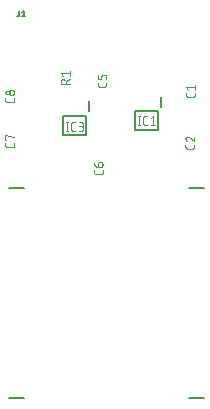
<source format=gbr>
G04 EAGLE Gerber RS-274X export*
G75*
%MOMM*%
%FSLAX34Y34*%
%LPD*%
%INSilkscreen Top*%
%IPPOS*%
%AMOC8*
5,1,8,0,0,1.08239X$1,22.5*%
G01*
%ADD10C,0.200000*%
%ADD11C,0.076200*%
%ADD12C,0.203200*%
%ADD13C,0.127000*%


D10*
X93820Y250570D02*
X93820Y234570D01*
X73820Y234570D01*
X73820Y250570D01*
X93820Y250570D01*
X96320Y254070D02*
X96320Y262570D01*
D11*
X77232Y244983D02*
X77232Y237617D01*
X76414Y237617D02*
X78051Y237617D01*
X78051Y244983D02*
X76414Y244983D01*
X82652Y237617D02*
X84289Y237617D01*
X82652Y237617D02*
X82574Y237619D01*
X82496Y237624D01*
X82419Y237634D01*
X82342Y237647D01*
X82266Y237663D01*
X82191Y237683D01*
X82117Y237707D01*
X82044Y237734D01*
X81972Y237765D01*
X81902Y237799D01*
X81834Y237836D01*
X81767Y237877D01*
X81702Y237921D01*
X81640Y237967D01*
X81580Y238017D01*
X81522Y238069D01*
X81467Y238124D01*
X81415Y238182D01*
X81365Y238242D01*
X81319Y238304D01*
X81275Y238369D01*
X81234Y238436D01*
X81197Y238504D01*
X81163Y238574D01*
X81132Y238646D01*
X81105Y238719D01*
X81081Y238793D01*
X81061Y238868D01*
X81045Y238944D01*
X81032Y239021D01*
X81022Y239098D01*
X81017Y239176D01*
X81015Y239254D01*
X81015Y243346D01*
X81017Y243426D01*
X81023Y243506D01*
X81033Y243586D01*
X81046Y243665D01*
X81064Y243744D01*
X81085Y243821D01*
X81111Y243897D01*
X81140Y243972D01*
X81172Y244046D01*
X81208Y244118D01*
X81248Y244188D01*
X81291Y244255D01*
X81337Y244321D01*
X81387Y244384D01*
X81439Y244445D01*
X81494Y244504D01*
X81553Y244559D01*
X81613Y244611D01*
X81677Y244661D01*
X81743Y244707D01*
X81810Y244750D01*
X81880Y244790D01*
X81952Y244826D01*
X82026Y244858D01*
X82100Y244887D01*
X82177Y244913D01*
X82254Y244934D01*
X82333Y244952D01*
X82412Y244965D01*
X82492Y244975D01*
X82572Y244981D01*
X82652Y244983D01*
X84289Y244983D01*
X87134Y237617D02*
X89180Y237617D01*
X89269Y237619D01*
X89358Y237625D01*
X89447Y237635D01*
X89535Y237648D01*
X89623Y237665D01*
X89710Y237687D01*
X89795Y237712D01*
X89880Y237740D01*
X89963Y237773D01*
X90045Y237809D01*
X90125Y237848D01*
X90203Y237891D01*
X90279Y237937D01*
X90354Y237987D01*
X90426Y238040D01*
X90495Y238096D01*
X90562Y238155D01*
X90627Y238216D01*
X90688Y238281D01*
X90747Y238348D01*
X90803Y238417D01*
X90856Y238489D01*
X90906Y238564D01*
X90952Y238640D01*
X90995Y238718D01*
X91034Y238798D01*
X91070Y238880D01*
X91103Y238963D01*
X91131Y239048D01*
X91156Y239133D01*
X91178Y239220D01*
X91195Y239308D01*
X91208Y239396D01*
X91218Y239485D01*
X91224Y239574D01*
X91226Y239663D01*
X91224Y239752D01*
X91218Y239841D01*
X91208Y239930D01*
X91195Y240018D01*
X91178Y240106D01*
X91156Y240193D01*
X91131Y240278D01*
X91103Y240363D01*
X91070Y240446D01*
X91034Y240528D01*
X90995Y240608D01*
X90952Y240686D01*
X90906Y240762D01*
X90856Y240837D01*
X90803Y240909D01*
X90747Y240978D01*
X90688Y241045D01*
X90627Y241110D01*
X90562Y241171D01*
X90495Y241230D01*
X90426Y241286D01*
X90354Y241339D01*
X90279Y241389D01*
X90203Y241435D01*
X90125Y241478D01*
X90045Y241517D01*
X89963Y241553D01*
X89880Y241586D01*
X89795Y241614D01*
X89710Y241639D01*
X89623Y241661D01*
X89535Y241678D01*
X89447Y241691D01*
X89358Y241701D01*
X89269Y241707D01*
X89180Y241709D01*
X89589Y244983D02*
X87134Y244983D01*
X89589Y244983D02*
X89668Y244981D01*
X89747Y244975D01*
X89826Y244966D01*
X89904Y244953D01*
X89981Y244935D01*
X90057Y244915D01*
X90132Y244890D01*
X90206Y244862D01*
X90279Y244831D01*
X90350Y244795D01*
X90419Y244757D01*
X90486Y244715D01*
X90551Y244670D01*
X90614Y244622D01*
X90675Y244571D01*
X90732Y244517D01*
X90788Y244461D01*
X90840Y244402D01*
X90890Y244340D01*
X90936Y244276D01*
X90980Y244210D01*
X91020Y244142D01*
X91056Y244072D01*
X91090Y244000D01*
X91120Y243926D01*
X91146Y243852D01*
X91169Y243776D01*
X91187Y243699D01*
X91203Y243622D01*
X91214Y243543D01*
X91222Y243465D01*
X91226Y243386D01*
X91226Y243306D01*
X91222Y243227D01*
X91214Y243149D01*
X91203Y243070D01*
X91187Y242993D01*
X91169Y242916D01*
X91146Y242840D01*
X91120Y242766D01*
X91090Y242692D01*
X91056Y242620D01*
X91020Y242550D01*
X90980Y242482D01*
X90936Y242416D01*
X90890Y242352D01*
X90840Y242290D01*
X90788Y242231D01*
X90732Y242175D01*
X90675Y242121D01*
X90614Y242070D01*
X90551Y242022D01*
X90486Y241977D01*
X90419Y241935D01*
X90350Y241897D01*
X90279Y241861D01*
X90206Y241830D01*
X90132Y241802D01*
X90057Y241777D01*
X89981Y241757D01*
X89904Y241739D01*
X89826Y241726D01*
X89747Y241717D01*
X89668Y241711D01*
X89589Y241709D01*
X87953Y241709D01*
X110617Y276795D02*
X110617Y278431D01*
X110617Y276795D02*
X110615Y276717D01*
X110610Y276639D01*
X110600Y276562D01*
X110587Y276485D01*
X110571Y276409D01*
X110551Y276334D01*
X110527Y276260D01*
X110500Y276187D01*
X110469Y276115D01*
X110435Y276045D01*
X110398Y275977D01*
X110357Y275910D01*
X110313Y275845D01*
X110267Y275783D01*
X110217Y275723D01*
X110165Y275665D01*
X110110Y275610D01*
X110052Y275558D01*
X109992Y275508D01*
X109930Y275462D01*
X109865Y275418D01*
X109799Y275377D01*
X109730Y275340D01*
X109660Y275306D01*
X109588Y275275D01*
X109515Y275248D01*
X109441Y275224D01*
X109366Y275204D01*
X109290Y275188D01*
X109213Y275175D01*
X109136Y275165D01*
X109058Y275160D01*
X108980Y275158D01*
X104888Y275158D01*
X104808Y275160D01*
X104728Y275166D01*
X104648Y275176D01*
X104569Y275189D01*
X104490Y275207D01*
X104413Y275228D01*
X104337Y275254D01*
X104262Y275283D01*
X104188Y275315D01*
X104116Y275351D01*
X104046Y275391D01*
X103979Y275434D01*
X103913Y275480D01*
X103850Y275530D01*
X103789Y275582D01*
X103730Y275637D01*
X103675Y275696D01*
X103623Y275756D01*
X103573Y275820D01*
X103527Y275885D01*
X103484Y275953D01*
X103444Y276023D01*
X103408Y276095D01*
X103376Y276169D01*
X103347Y276243D01*
X103322Y276320D01*
X103300Y276397D01*
X103282Y276476D01*
X103269Y276555D01*
X103259Y276634D01*
X103253Y276715D01*
X103251Y276795D01*
X103251Y278431D01*
X110617Y281277D02*
X110617Y283732D01*
X110615Y283810D01*
X110610Y283888D01*
X110600Y283965D01*
X110587Y284042D01*
X110571Y284118D01*
X110551Y284193D01*
X110527Y284267D01*
X110500Y284340D01*
X110469Y284412D01*
X110435Y284482D01*
X110398Y284551D01*
X110357Y284617D01*
X110313Y284682D01*
X110267Y284744D01*
X110217Y284804D01*
X110165Y284862D01*
X110110Y284917D01*
X110052Y284969D01*
X109992Y285019D01*
X109930Y285065D01*
X109865Y285109D01*
X109799Y285150D01*
X109730Y285187D01*
X109660Y285221D01*
X109588Y285252D01*
X109515Y285279D01*
X109441Y285303D01*
X109366Y285323D01*
X109290Y285339D01*
X109213Y285352D01*
X109136Y285362D01*
X109058Y285367D01*
X108980Y285369D01*
X108162Y285369D01*
X108082Y285367D01*
X108002Y285361D01*
X107922Y285351D01*
X107843Y285338D01*
X107764Y285320D01*
X107687Y285299D01*
X107611Y285273D01*
X107536Y285244D01*
X107462Y285212D01*
X107390Y285176D01*
X107320Y285136D01*
X107253Y285093D01*
X107187Y285047D01*
X107124Y284997D01*
X107063Y284945D01*
X107004Y284890D01*
X106949Y284831D01*
X106897Y284771D01*
X106847Y284707D01*
X106801Y284641D01*
X106758Y284574D01*
X106718Y284504D01*
X106682Y284432D01*
X106650Y284358D01*
X106621Y284284D01*
X106595Y284207D01*
X106574Y284130D01*
X106556Y284051D01*
X106543Y283972D01*
X106533Y283892D01*
X106527Y283812D01*
X106525Y283732D01*
X106525Y281277D01*
X103251Y281277D01*
X103251Y285369D01*
X107569Y204315D02*
X107569Y202678D01*
X107567Y202600D01*
X107562Y202522D01*
X107552Y202445D01*
X107539Y202368D01*
X107523Y202292D01*
X107503Y202217D01*
X107479Y202143D01*
X107452Y202070D01*
X107421Y201998D01*
X107387Y201928D01*
X107350Y201860D01*
X107309Y201793D01*
X107265Y201728D01*
X107219Y201666D01*
X107169Y201606D01*
X107117Y201548D01*
X107062Y201493D01*
X107004Y201441D01*
X106944Y201391D01*
X106882Y201345D01*
X106817Y201301D01*
X106751Y201260D01*
X106682Y201223D01*
X106612Y201189D01*
X106540Y201158D01*
X106467Y201131D01*
X106393Y201107D01*
X106318Y201087D01*
X106242Y201071D01*
X106165Y201058D01*
X106088Y201048D01*
X106010Y201043D01*
X105932Y201041D01*
X101840Y201041D01*
X101760Y201043D01*
X101680Y201049D01*
X101600Y201059D01*
X101521Y201072D01*
X101442Y201090D01*
X101365Y201111D01*
X101289Y201137D01*
X101214Y201166D01*
X101140Y201198D01*
X101068Y201234D01*
X100998Y201274D01*
X100931Y201317D01*
X100865Y201363D01*
X100802Y201413D01*
X100741Y201465D01*
X100682Y201520D01*
X100627Y201579D01*
X100575Y201639D01*
X100525Y201703D01*
X100479Y201768D01*
X100436Y201836D01*
X100396Y201906D01*
X100360Y201978D01*
X100328Y202052D01*
X100299Y202126D01*
X100274Y202203D01*
X100252Y202280D01*
X100234Y202359D01*
X100221Y202438D01*
X100211Y202517D01*
X100205Y202598D01*
X100203Y202678D01*
X100203Y204315D01*
X103477Y207160D02*
X103477Y209615D01*
X103479Y209693D01*
X103484Y209771D01*
X103494Y209848D01*
X103507Y209925D01*
X103523Y210001D01*
X103543Y210076D01*
X103567Y210150D01*
X103594Y210223D01*
X103625Y210295D01*
X103659Y210365D01*
X103696Y210434D01*
X103737Y210500D01*
X103781Y210565D01*
X103827Y210627D01*
X103877Y210687D01*
X103929Y210745D01*
X103984Y210800D01*
X104042Y210852D01*
X104102Y210902D01*
X104164Y210948D01*
X104229Y210992D01*
X104296Y211033D01*
X104364Y211070D01*
X104434Y211104D01*
X104506Y211135D01*
X104579Y211162D01*
X104653Y211186D01*
X104728Y211206D01*
X104804Y211222D01*
X104881Y211235D01*
X104958Y211245D01*
X105036Y211250D01*
X105114Y211252D01*
X105523Y211252D01*
X105612Y211250D01*
X105701Y211244D01*
X105790Y211234D01*
X105878Y211221D01*
X105966Y211204D01*
X106053Y211182D01*
X106138Y211157D01*
X106223Y211129D01*
X106306Y211096D01*
X106388Y211060D01*
X106468Y211021D01*
X106546Y210978D01*
X106622Y210932D01*
X106697Y210882D01*
X106769Y210829D01*
X106838Y210773D01*
X106905Y210714D01*
X106970Y210653D01*
X107031Y210588D01*
X107090Y210521D01*
X107146Y210452D01*
X107199Y210380D01*
X107249Y210305D01*
X107295Y210229D01*
X107338Y210151D01*
X107377Y210071D01*
X107413Y209989D01*
X107446Y209906D01*
X107474Y209821D01*
X107499Y209736D01*
X107521Y209649D01*
X107538Y209561D01*
X107551Y209473D01*
X107561Y209384D01*
X107567Y209295D01*
X107569Y209206D01*
X107567Y209117D01*
X107561Y209028D01*
X107551Y208939D01*
X107538Y208851D01*
X107521Y208763D01*
X107499Y208676D01*
X107474Y208591D01*
X107446Y208506D01*
X107413Y208423D01*
X107377Y208341D01*
X107338Y208261D01*
X107295Y208183D01*
X107249Y208107D01*
X107199Y208032D01*
X107146Y207960D01*
X107090Y207891D01*
X107031Y207824D01*
X106970Y207759D01*
X106905Y207698D01*
X106838Y207639D01*
X106769Y207583D01*
X106697Y207530D01*
X106622Y207480D01*
X106546Y207434D01*
X106468Y207391D01*
X106388Y207352D01*
X106306Y207316D01*
X106223Y207283D01*
X106138Y207255D01*
X106053Y207230D01*
X105966Y207208D01*
X105878Y207191D01*
X105790Y207178D01*
X105701Y207168D01*
X105612Y207162D01*
X105523Y207160D01*
X103477Y207160D01*
X103363Y207162D01*
X103249Y207168D01*
X103135Y207178D01*
X103021Y207192D01*
X102908Y207210D01*
X102796Y207232D01*
X102685Y207257D01*
X102575Y207287D01*
X102465Y207320D01*
X102357Y207357D01*
X102251Y207398D01*
X102145Y207443D01*
X102042Y207491D01*
X101940Y207543D01*
X101840Y207599D01*
X101742Y207657D01*
X101646Y207720D01*
X101553Y207785D01*
X101461Y207854D01*
X101373Y207926D01*
X101286Y208001D01*
X101203Y208079D01*
X101122Y208160D01*
X101044Y208243D01*
X100969Y208329D01*
X100897Y208418D01*
X100828Y208510D01*
X100763Y208603D01*
X100701Y208699D01*
X100642Y208797D01*
X100586Y208897D01*
X100534Y208999D01*
X100486Y209102D01*
X100441Y209207D01*
X100400Y209314D01*
X100363Y209422D01*
X100330Y209532D01*
X100300Y209642D01*
X100275Y209753D01*
X100253Y209865D01*
X100235Y209978D01*
X100221Y210092D01*
X100211Y210206D01*
X100205Y210320D01*
X100203Y210434D01*
X79629Y277241D02*
X72263Y277241D01*
X72263Y279287D01*
X72265Y279376D01*
X72271Y279465D01*
X72281Y279554D01*
X72294Y279642D01*
X72311Y279730D01*
X72333Y279817D01*
X72358Y279902D01*
X72386Y279987D01*
X72419Y280070D01*
X72455Y280152D01*
X72494Y280232D01*
X72537Y280310D01*
X72583Y280386D01*
X72633Y280461D01*
X72686Y280533D01*
X72742Y280602D01*
X72801Y280669D01*
X72862Y280734D01*
X72927Y280795D01*
X72994Y280854D01*
X73063Y280910D01*
X73135Y280963D01*
X73210Y281013D01*
X73286Y281059D01*
X73364Y281102D01*
X73444Y281141D01*
X73526Y281177D01*
X73609Y281210D01*
X73694Y281238D01*
X73779Y281263D01*
X73866Y281285D01*
X73954Y281302D01*
X74042Y281315D01*
X74131Y281325D01*
X74220Y281331D01*
X74309Y281333D01*
X74398Y281331D01*
X74487Y281325D01*
X74576Y281315D01*
X74664Y281302D01*
X74752Y281285D01*
X74839Y281263D01*
X74924Y281238D01*
X75009Y281210D01*
X75092Y281177D01*
X75174Y281141D01*
X75254Y281102D01*
X75332Y281059D01*
X75408Y281013D01*
X75483Y280963D01*
X75555Y280910D01*
X75624Y280854D01*
X75691Y280795D01*
X75756Y280734D01*
X75817Y280669D01*
X75876Y280602D01*
X75932Y280533D01*
X75985Y280461D01*
X76035Y280386D01*
X76081Y280310D01*
X76124Y280232D01*
X76163Y280152D01*
X76199Y280070D01*
X76232Y279987D01*
X76260Y279902D01*
X76285Y279817D01*
X76307Y279730D01*
X76324Y279642D01*
X76337Y279554D01*
X76347Y279465D01*
X76353Y279376D01*
X76355Y279287D01*
X76355Y277241D01*
X76355Y279696D02*
X79629Y281333D01*
X73900Y284505D02*
X72263Y286551D01*
X79629Y286551D01*
X79629Y284505D02*
X79629Y288597D01*
D10*
X154780Y254380D02*
X154780Y238380D01*
X134780Y238380D01*
X134780Y254380D01*
X154780Y254380D01*
X157280Y257880D02*
X157280Y266380D01*
D11*
X138192Y250063D02*
X138192Y242697D01*
X137374Y242697D02*
X139011Y242697D01*
X139011Y250063D02*
X137374Y250063D01*
X143612Y242697D02*
X145249Y242697D01*
X143612Y242697D02*
X143534Y242699D01*
X143456Y242704D01*
X143379Y242714D01*
X143302Y242727D01*
X143226Y242743D01*
X143151Y242763D01*
X143077Y242787D01*
X143004Y242814D01*
X142932Y242845D01*
X142862Y242879D01*
X142794Y242916D01*
X142727Y242957D01*
X142662Y243001D01*
X142600Y243047D01*
X142540Y243097D01*
X142482Y243149D01*
X142427Y243204D01*
X142375Y243262D01*
X142325Y243322D01*
X142279Y243384D01*
X142235Y243449D01*
X142194Y243516D01*
X142157Y243584D01*
X142123Y243654D01*
X142092Y243726D01*
X142065Y243799D01*
X142041Y243873D01*
X142021Y243948D01*
X142005Y244024D01*
X141992Y244101D01*
X141982Y244178D01*
X141977Y244256D01*
X141975Y244334D01*
X141975Y248426D01*
X141977Y248506D01*
X141983Y248586D01*
X141993Y248666D01*
X142006Y248745D01*
X142024Y248824D01*
X142045Y248901D01*
X142071Y248977D01*
X142100Y249052D01*
X142132Y249126D01*
X142168Y249198D01*
X142208Y249268D01*
X142251Y249335D01*
X142297Y249401D01*
X142347Y249464D01*
X142399Y249525D01*
X142454Y249584D01*
X142513Y249639D01*
X142573Y249691D01*
X142637Y249741D01*
X142703Y249787D01*
X142770Y249830D01*
X142840Y249870D01*
X142912Y249906D01*
X142986Y249938D01*
X143060Y249967D01*
X143137Y249993D01*
X143214Y250014D01*
X143293Y250032D01*
X143372Y250045D01*
X143452Y250055D01*
X143532Y250061D01*
X143612Y250063D01*
X145249Y250063D01*
X148094Y248426D02*
X150140Y250063D01*
X150140Y242697D01*
X148094Y242697D02*
X152186Y242697D01*
X185547Y267905D02*
X185547Y269541D01*
X185547Y267905D02*
X185545Y267827D01*
X185540Y267749D01*
X185530Y267672D01*
X185517Y267595D01*
X185501Y267519D01*
X185481Y267444D01*
X185457Y267370D01*
X185430Y267297D01*
X185399Y267225D01*
X185365Y267155D01*
X185328Y267087D01*
X185287Y267020D01*
X185243Y266955D01*
X185197Y266893D01*
X185147Y266833D01*
X185095Y266775D01*
X185040Y266720D01*
X184982Y266668D01*
X184922Y266618D01*
X184860Y266572D01*
X184795Y266528D01*
X184729Y266487D01*
X184660Y266450D01*
X184590Y266416D01*
X184518Y266385D01*
X184445Y266358D01*
X184371Y266334D01*
X184296Y266314D01*
X184220Y266298D01*
X184143Y266285D01*
X184066Y266275D01*
X183988Y266270D01*
X183910Y266268D01*
X179818Y266268D01*
X179738Y266270D01*
X179658Y266276D01*
X179578Y266286D01*
X179499Y266299D01*
X179420Y266317D01*
X179343Y266338D01*
X179267Y266364D01*
X179192Y266393D01*
X179118Y266425D01*
X179046Y266461D01*
X178976Y266501D01*
X178909Y266544D01*
X178843Y266590D01*
X178780Y266640D01*
X178719Y266692D01*
X178660Y266747D01*
X178605Y266806D01*
X178553Y266866D01*
X178503Y266930D01*
X178457Y266995D01*
X178414Y267063D01*
X178374Y267133D01*
X178338Y267205D01*
X178306Y267279D01*
X178277Y267353D01*
X178252Y267430D01*
X178230Y267507D01*
X178212Y267586D01*
X178199Y267665D01*
X178189Y267744D01*
X178183Y267825D01*
X178181Y267905D01*
X178181Y269541D01*
X179818Y272387D02*
X178181Y274433D01*
X185547Y274433D01*
X185547Y272387D02*
X185547Y276479D01*
X185039Y225905D02*
X185039Y224268D01*
X185037Y224190D01*
X185032Y224112D01*
X185022Y224035D01*
X185009Y223958D01*
X184993Y223882D01*
X184973Y223807D01*
X184949Y223733D01*
X184922Y223660D01*
X184891Y223588D01*
X184857Y223518D01*
X184820Y223450D01*
X184779Y223383D01*
X184735Y223318D01*
X184689Y223256D01*
X184639Y223196D01*
X184587Y223138D01*
X184532Y223083D01*
X184474Y223031D01*
X184414Y222981D01*
X184352Y222935D01*
X184287Y222891D01*
X184221Y222850D01*
X184152Y222813D01*
X184082Y222779D01*
X184010Y222748D01*
X183937Y222721D01*
X183863Y222697D01*
X183788Y222677D01*
X183712Y222661D01*
X183635Y222648D01*
X183558Y222638D01*
X183480Y222633D01*
X183402Y222631D01*
X179310Y222631D01*
X179230Y222633D01*
X179150Y222639D01*
X179070Y222649D01*
X178991Y222662D01*
X178912Y222680D01*
X178835Y222701D01*
X178759Y222727D01*
X178684Y222756D01*
X178610Y222788D01*
X178538Y222824D01*
X178468Y222864D01*
X178401Y222907D01*
X178335Y222953D01*
X178272Y223003D01*
X178211Y223055D01*
X178152Y223110D01*
X178097Y223169D01*
X178045Y223229D01*
X177995Y223293D01*
X177949Y223358D01*
X177906Y223426D01*
X177866Y223496D01*
X177830Y223568D01*
X177798Y223642D01*
X177769Y223716D01*
X177744Y223793D01*
X177722Y223870D01*
X177704Y223949D01*
X177691Y224028D01*
X177681Y224107D01*
X177675Y224188D01*
X177673Y224268D01*
X177673Y225905D01*
X177673Y231001D02*
X177675Y231086D01*
X177681Y231171D01*
X177691Y231255D01*
X177704Y231339D01*
X177722Y231423D01*
X177743Y231505D01*
X177768Y231586D01*
X177797Y231666D01*
X177830Y231745D01*
X177866Y231822D01*
X177906Y231897D01*
X177949Y231971D01*
X177995Y232042D01*
X178045Y232111D01*
X178098Y232178D01*
X178154Y232242D01*
X178213Y232303D01*
X178274Y232362D01*
X178338Y232418D01*
X178405Y232471D01*
X178474Y232521D01*
X178545Y232567D01*
X178619Y232610D01*
X178694Y232650D01*
X178771Y232686D01*
X178850Y232719D01*
X178930Y232748D01*
X179011Y232773D01*
X179093Y232794D01*
X179177Y232812D01*
X179261Y232825D01*
X179345Y232835D01*
X179430Y232841D01*
X179515Y232843D01*
X177673Y231001D02*
X177675Y230905D01*
X177681Y230809D01*
X177691Y230714D01*
X177704Y230619D01*
X177722Y230524D01*
X177743Y230431D01*
X177768Y230338D01*
X177797Y230247D01*
X177829Y230156D01*
X177865Y230067D01*
X177905Y229980D01*
X177948Y229894D01*
X177994Y229810D01*
X178044Y229728D01*
X178098Y229648D01*
X178154Y229571D01*
X178214Y229496D01*
X178276Y229423D01*
X178342Y229353D01*
X178410Y229285D01*
X178481Y229220D01*
X178554Y229159D01*
X178630Y229100D01*
X178709Y229044D01*
X178789Y228992D01*
X178872Y228943D01*
X178956Y228897D01*
X179042Y228855D01*
X179130Y228817D01*
X179219Y228782D01*
X179310Y228750D01*
X180947Y232228D02*
X180888Y232288D01*
X180826Y232345D01*
X180762Y232400D01*
X180695Y232451D01*
X180626Y232500D01*
X180556Y232546D01*
X180483Y232589D01*
X180409Y232629D01*
X180333Y232665D01*
X180255Y232698D01*
X180176Y232728D01*
X180096Y232755D01*
X180015Y232778D01*
X179933Y232797D01*
X179851Y232813D01*
X179767Y232826D01*
X179683Y232835D01*
X179599Y232840D01*
X179515Y232842D01*
X180947Y232228D02*
X185039Y228750D01*
X185039Y232842D01*
X32639Y263638D02*
X32639Y265275D01*
X32639Y263638D02*
X32637Y263560D01*
X32632Y263482D01*
X32622Y263405D01*
X32609Y263328D01*
X32593Y263252D01*
X32573Y263177D01*
X32549Y263103D01*
X32522Y263030D01*
X32491Y262958D01*
X32457Y262888D01*
X32420Y262820D01*
X32379Y262753D01*
X32335Y262688D01*
X32289Y262626D01*
X32239Y262566D01*
X32187Y262508D01*
X32132Y262453D01*
X32074Y262401D01*
X32014Y262351D01*
X31952Y262305D01*
X31887Y262261D01*
X31821Y262220D01*
X31752Y262183D01*
X31682Y262149D01*
X31610Y262118D01*
X31537Y262091D01*
X31463Y262067D01*
X31388Y262047D01*
X31312Y262031D01*
X31235Y262018D01*
X31158Y262008D01*
X31080Y262003D01*
X31002Y262001D01*
X26910Y262001D01*
X26830Y262003D01*
X26750Y262009D01*
X26670Y262019D01*
X26591Y262032D01*
X26512Y262050D01*
X26435Y262071D01*
X26359Y262097D01*
X26284Y262126D01*
X26210Y262158D01*
X26138Y262194D01*
X26068Y262234D01*
X26001Y262277D01*
X25935Y262323D01*
X25872Y262373D01*
X25811Y262425D01*
X25752Y262480D01*
X25697Y262539D01*
X25645Y262599D01*
X25595Y262663D01*
X25549Y262728D01*
X25506Y262796D01*
X25466Y262866D01*
X25430Y262938D01*
X25398Y263012D01*
X25369Y263086D01*
X25344Y263163D01*
X25322Y263240D01*
X25304Y263319D01*
X25291Y263398D01*
X25281Y263477D01*
X25275Y263558D01*
X25273Y263638D01*
X25273Y265275D01*
X30593Y268120D02*
X30504Y268122D01*
X30415Y268128D01*
X30326Y268138D01*
X30238Y268151D01*
X30150Y268168D01*
X30063Y268190D01*
X29978Y268215D01*
X29893Y268243D01*
X29810Y268276D01*
X29728Y268312D01*
X29648Y268351D01*
X29570Y268394D01*
X29494Y268440D01*
X29419Y268490D01*
X29347Y268543D01*
X29278Y268599D01*
X29211Y268658D01*
X29146Y268719D01*
X29085Y268784D01*
X29026Y268851D01*
X28970Y268920D01*
X28917Y268992D01*
X28867Y269067D01*
X28821Y269143D01*
X28778Y269221D01*
X28739Y269301D01*
X28703Y269383D01*
X28670Y269466D01*
X28642Y269551D01*
X28617Y269636D01*
X28595Y269723D01*
X28578Y269811D01*
X28565Y269899D01*
X28555Y269988D01*
X28549Y270077D01*
X28547Y270166D01*
X28549Y270255D01*
X28555Y270344D01*
X28565Y270433D01*
X28578Y270521D01*
X28595Y270609D01*
X28617Y270696D01*
X28642Y270781D01*
X28670Y270866D01*
X28703Y270949D01*
X28739Y271031D01*
X28778Y271111D01*
X28821Y271189D01*
X28867Y271265D01*
X28917Y271340D01*
X28970Y271412D01*
X29026Y271481D01*
X29085Y271548D01*
X29146Y271613D01*
X29211Y271674D01*
X29278Y271733D01*
X29347Y271789D01*
X29419Y271842D01*
X29494Y271892D01*
X29570Y271938D01*
X29648Y271981D01*
X29728Y272020D01*
X29810Y272056D01*
X29893Y272089D01*
X29978Y272117D01*
X30063Y272142D01*
X30150Y272164D01*
X30238Y272181D01*
X30326Y272194D01*
X30415Y272204D01*
X30504Y272210D01*
X30593Y272212D01*
X30682Y272210D01*
X30771Y272204D01*
X30860Y272194D01*
X30948Y272181D01*
X31036Y272164D01*
X31123Y272142D01*
X31208Y272117D01*
X31293Y272089D01*
X31376Y272056D01*
X31458Y272020D01*
X31538Y271981D01*
X31616Y271938D01*
X31692Y271892D01*
X31767Y271842D01*
X31839Y271789D01*
X31908Y271733D01*
X31975Y271674D01*
X32040Y271613D01*
X32101Y271548D01*
X32160Y271481D01*
X32216Y271412D01*
X32269Y271340D01*
X32319Y271265D01*
X32365Y271189D01*
X32408Y271111D01*
X32447Y271031D01*
X32483Y270949D01*
X32516Y270866D01*
X32544Y270781D01*
X32569Y270696D01*
X32591Y270609D01*
X32608Y270521D01*
X32621Y270433D01*
X32631Y270344D01*
X32637Y270255D01*
X32639Y270166D01*
X32637Y270077D01*
X32631Y269988D01*
X32621Y269899D01*
X32608Y269811D01*
X32591Y269723D01*
X32569Y269636D01*
X32544Y269551D01*
X32516Y269466D01*
X32483Y269383D01*
X32447Y269301D01*
X32408Y269221D01*
X32365Y269143D01*
X32319Y269067D01*
X32269Y268992D01*
X32216Y268920D01*
X32160Y268851D01*
X32101Y268784D01*
X32040Y268719D01*
X31975Y268658D01*
X31908Y268599D01*
X31839Y268543D01*
X31767Y268490D01*
X31692Y268440D01*
X31616Y268394D01*
X31538Y268351D01*
X31458Y268312D01*
X31376Y268276D01*
X31293Y268243D01*
X31208Y268215D01*
X31123Y268190D01*
X31036Y268168D01*
X30948Y268151D01*
X30860Y268138D01*
X30771Y268128D01*
X30682Y268122D01*
X30593Y268120D01*
X26910Y268529D02*
X26831Y268531D01*
X26752Y268537D01*
X26673Y268546D01*
X26595Y268559D01*
X26518Y268577D01*
X26442Y268597D01*
X26367Y268622D01*
X26293Y268650D01*
X26220Y268681D01*
X26149Y268717D01*
X26080Y268755D01*
X26013Y268797D01*
X25948Y268842D01*
X25885Y268890D01*
X25824Y268941D01*
X25767Y268995D01*
X25711Y269051D01*
X25659Y269110D01*
X25609Y269172D01*
X25563Y269236D01*
X25519Y269302D01*
X25479Y269370D01*
X25443Y269440D01*
X25409Y269512D01*
X25379Y269586D01*
X25353Y269660D01*
X25330Y269736D01*
X25312Y269813D01*
X25296Y269890D01*
X25285Y269969D01*
X25277Y270047D01*
X25273Y270126D01*
X25273Y270206D01*
X25277Y270285D01*
X25285Y270363D01*
X25296Y270442D01*
X25312Y270519D01*
X25330Y270596D01*
X25353Y270672D01*
X25379Y270746D01*
X25409Y270820D01*
X25443Y270892D01*
X25479Y270962D01*
X25519Y271030D01*
X25563Y271096D01*
X25609Y271160D01*
X25659Y271222D01*
X25711Y271281D01*
X25767Y271337D01*
X25824Y271391D01*
X25885Y271442D01*
X25948Y271490D01*
X26013Y271535D01*
X26080Y271577D01*
X26149Y271615D01*
X26220Y271651D01*
X26293Y271682D01*
X26367Y271710D01*
X26442Y271735D01*
X26518Y271755D01*
X26595Y271773D01*
X26673Y271786D01*
X26752Y271795D01*
X26831Y271801D01*
X26910Y271803D01*
X26989Y271801D01*
X27068Y271795D01*
X27147Y271786D01*
X27225Y271773D01*
X27302Y271755D01*
X27378Y271735D01*
X27453Y271710D01*
X27527Y271682D01*
X27600Y271651D01*
X27671Y271615D01*
X27740Y271577D01*
X27807Y271535D01*
X27872Y271490D01*
X27935Y271442D01*
X27996Y271391D01*
X28053Y271337D01*
X28109Y271281D01*
X28161Y271222D01*
X28211Y271160D01*
X28257Y271096D01*
X28301Y271030D01*
X28341Y270962D01*
X28377Y270892D01*
X28411Y270820D01*
X28441Y270746D01*
X28467Y270672D01*
X28490Y270596D01*
X28508Y270519D01*
X28524Y270442D01*
X28535Y270363D01*
X28543Y270285D01*
X28547Y270206D01*
X28547Y270126D01*
X28543Y270047D01*
X28535Y269969D01*
X28524Y269890D01*
X28508Y269813D01*
X28490Y269736D01*
X28467Y269660D01*
X28441Y269586D01*
X28411Y269512D01*
X28377Y269440D01*
X28341Y269370D01*
X28301Y269302D01*
X28257Y269236D01*
X28211Y269172D01*
X28161Y269110D01*
X28109Y269051D01*
X28053Y268995D01*
X27996Y268941D01*
X27935Y268890D01*
X27872Y268842D01*
X27807Y268797D01*
X27740Y268755D01*
X27671Y268717D01*
X27600Y268681D01*
X27527Y268650D01*
X27453Y268622D01*
X27378Y268597D01*
X27302Y268577D01*
X27225Y268559D01*
X27147Y268546D01*
X27068Y268537D01*
X26989Y268531D01*
X26910Y268529D01*
D12*
X180340Y189230D02*
X193040Y189230D01*
X193040Y11430D02*
X180340Y11430D01*
X40640Y189230D02*
X27940Y189230D01*
X27940Y11430D02*
X40640Y11430D01*
D11*
X32639Y225538D02*
X32639Y227175D01*
X32639Y225538D02*
X32637Y225460D01*
X32632Y225382D01*
X32622Y225305D01*
X32609Y225228D01*
X32593Y225152D01*
X32573Y225077D01*
X32549Y225003D01*
X32522Y224930D01*
X32491Y224858D01*
X32457Y224788D01*
X32420Y224720D01*
X32379Y224653D01*
X32335Y224588D01*
X32289Y224526D01*
X32239Y224466D01*
X32187Y224408D01*
X32132Y224353D01*
X32074Y224301D01*
X32014Y224251D01*
X31952Y224205D01*
X31887Y224161D01*
X31821Y224120D01*
X31752Y224083D01*
X31682Y224049D01*
X31610Y224018D01*
X31537Y223991D01*
X31463Y223967D01*
X31388Y223947D01*
X31312Y223931D01*
X31235Y223918D01*
X31158Y223908D01*
X31080Y223903D01*
X31002Y223901D01*
X26910Y223901D01*
X26830Y223903D01*
X26750Y223909D01*
X26670Y223919D01*
X26591Y223932D01*
X26512Y223950D01*
X26435Y223971D01*
X26359Y223997D01*
X26284Y224026D01*
X26210Y224058D01*
X26138Y224094D01*
X26068Y224134D01*
X26001Y224177D01*
X25935Y224223D01*
X25872Y224273D01*
X25811Y224325D01*
X25752Y224380D01*
X25697Y224439D01*
X25645Y224499D01*
X25595Y224563D01*
X25549Y224628D01*
X25506Y224696D01*
X25466Y224766D01*
X25430Y224838D01*
X25398Y224912D01*
X25369Y224986D01*
X25344Y225063D01*
X25322Y225140D01*
X25304Y225219D01*
X25291Y225298D01*
X25281Y225377D01*
X25275Y225458D01*
X25273Y225538D01*
X25273Y227175D01*
X25273Y230020D02*
X26091Y230020D01*
X25273Y230020D02*
X25273Y234112D01*
X32639Y232066D01*
D13*
X36534Y335717D02*
X36534Y339471D01*
X36533Y335717D02*
X36531Y335652D01*
X36525Y335588D01*
X36515Y335524D01*
X36502Y335460D01*
X36484Y335398D01*
X36463Y335337D01*
X36439Y335277D01*
X36410Y335219D01*
X36378Y335162D01*
X36343Y335108D01*
X36305Y335056D01*
X36263Y335006D01*
X36219Y334959D01*
X36172Y334915D01*
X36122Y334873D01*
X36070Y334835D01*
X36016Y334800D01*
X35959Y334768D01*
X35901Y334739D01*
X35841Y334715D01*
X35780Y334694D01*
X35718Y334676D01*
X35654Y334663D01*
X35590Y334653D01*
X35526Y334647D01*
X35461Y334645D01*
X34925Y334645D01*
X39482Y338399D02*
X40822Y339471D01*
X40822Y334645D01*
X39482Y334645D02*
X42163Y334645D01*
M02*

</source>
